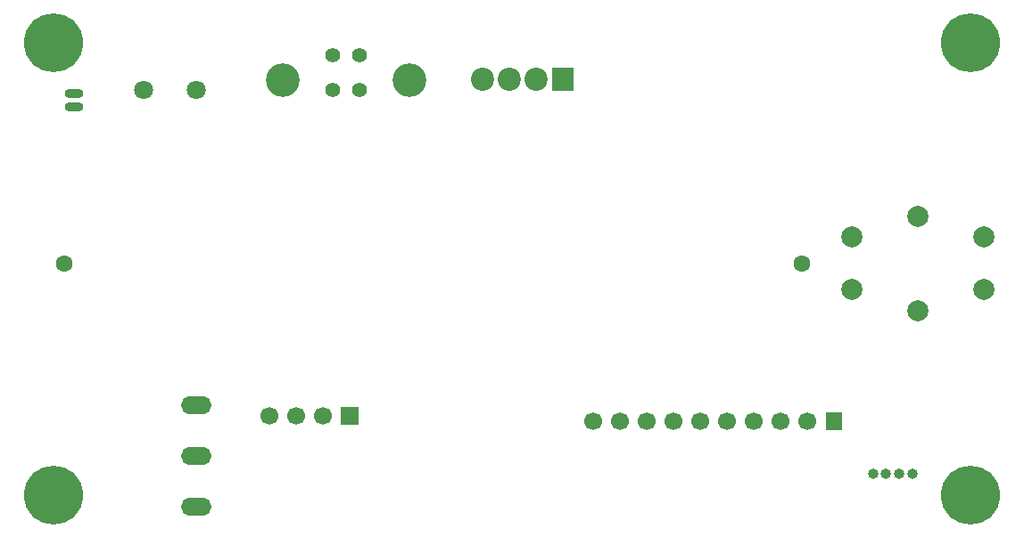
<source format=gbr>
%TF.GenerationSoftware,KiCad,Pcbnew,8.0.1*%
%TF.CreationDate,2024-04-01T02:15:42+02:00*%
%TF.ProjectId,ef_hbmob,65665f68-626d-46f6-922e-6b696361645f,rev?*%
%TF.SameCoordinates,Original*%
%TF.FileFunction,Soldermask,Bot*%
%TF.FilePolarity,Negative*%
%FSLAX46Y46*%
G04 Gerber Fmt 4.6, Leading zero omitted, Abs format (unit mm)*
G04 Created by KiCad (PCBNEW 8.0.1) date 2024-04-01 02:15:42*
%MOMM*%
%LPD*%
G01*
G04 APERTURE LIST*
%ADD10C,2.000000*%
%ADD11C,3.600000*%
%ADD12C,5.600000*%
%ADD13O,1.000000X1.000000*%
%ADD14R,1.570000X1.700000*%
%ADD15C,1.700000*%
%ADD16R,2.000000X2.200000*%
%ADD17C,2.200000*%
%ADD18C,1.800000*%
%ADD19O,1.800000X0.900000*%
%ADD20R,1.700000X1.700000*%
%ADD21C,3.200000*%
%ADD22C,1.400000*%
%ADD23O,2.900000X1.700000*%
%ADD24C,1.600000*%
G04 APERTURE END LIST*
D10*
%TO.C,SW2*%
X140467157Y-61467157D03*
X140467157Y-70467157D03*
X146717157Y-68467157D03*
X134217157Y-68467157D03*
X146717157Y-63467157D03*
X134217157Y-63467157D03*
%TD*%
D11*
%TO.C,H1*%
X58467157Y-44967157D03*
D12*
X58467157Y-44967157D03*
%TD*%
D13*
%TO.C,D3*%
X137457157Y-85967157D03*
X136207157Y-85967157D03*
X138717157Y-85967157D03*
X139967157Y-85967157D03*
%TD*%
D11*
%TO.C,H3*%
X58467157Y-87967157D03*
D12*
X58467157Y-87967157D03*
%TD*%
D11*
%TO.C,H2*%
X145467157Y-44967157D03*
D12*
X145467157Y-44967157D03*
%TD*%
D14*
%TO.C,J3*%
X132507157Y-80967157D03*
D15*
X129967157Y-80967157D03*
X127427157Y-80967157D03*
X124887157Y-80967157D03*
X122347157Y-80967157D03*
X119807157Y-80967157D03*
X117267157Y-80967157D03*
X114727157Y-80967157D03*
X112187157Y-80967157D03*
X109647157Y-80967157D03*
%TD*%
D11*
%TO.C,H4*%
X145467157Y-87967157D03*
D12*
X145467157Y-87967157D03*
%TD*%
D16*
%TO.C,CN1*%
X106777157Y-48467157D03*
D17*
X104237157Y-48467157D03*
X101697157Y-48467157D03*
X99157157Y-48467157D03*
%TD*%
D18*
%TO.C,BZ1*%
X71967157Y-49467157D03*
X66967157Y-49467157D03*
%TD*%
D19*
%TO.C,M1*%
X60337157Y-51097157D03*
X60337157Y-49837157D03*
%TD*%
D20*
%TO.C,J2*%
X86547157Y-80467157D03*
D15*
X84007157Y-80467157D03*
X81467157Y-80467157D03*
X78927157Y-80467157D03*
%TD*%
D21*
%TO.C,USB1*%
X92217157Y-48507157D03*
X80177157Y-48507157D03*
D22*
X84927157Y-46207157D03*
X87467157Y-46207157D03*
X87467157Y-49467157D03*
X84927157Y-49467157D03*
%TD*%
D23*
%TO.C,SW1*%
X71967157Y-79467157D03*
X71967157Y-84267157D03*
X71967157Y-89067157D03*
%TD*%
D24*
%TO.C,BT1*%
X129467157Y-65967157D03*
X59467157Y-65967157D03*
%TD*%
M02*

</source>
